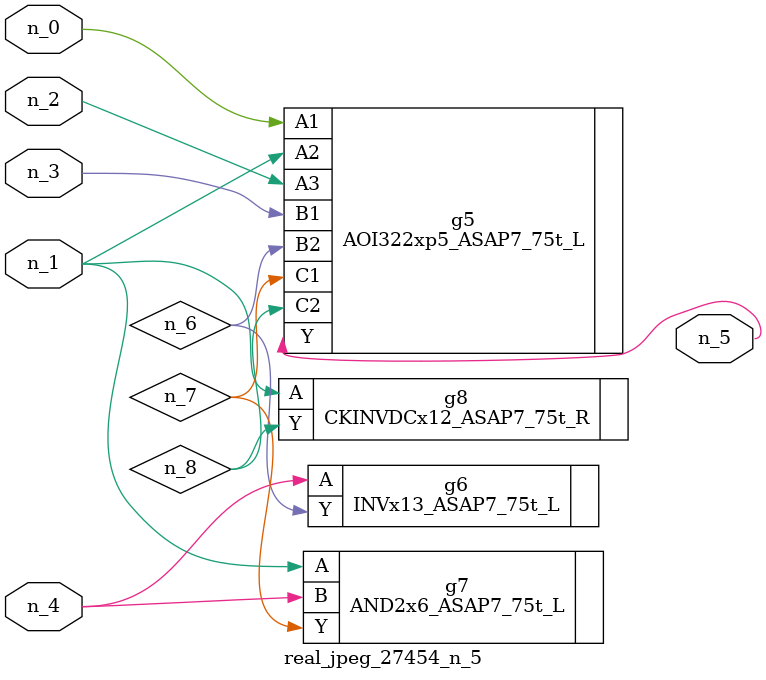
<source format=v>
module real_jpeg_27454_n_5 (n_4, n_0, n_1, n_2, n_3, n_5);

input n_4;
input n_0;
input n_1;
input n_2;
input n_3;

output n_5;

wire n_8;
wire n_6;
wire n_7;

AOI322xp5_ASAP7_75t_L g5 ( 
.A1(n_0),
.A2(n_1),
.A3(n_2),
.B1(n_3),
.B2(n_6),
.C1(n_7),
.C2(n_8),
.Y(n_5)
);

AND2x6_ASAP7_75t_L g7 ( 
.A(n_1),
.B(n_4),
.Y(n_7)
);

CKINVDCx12_ASAP7_75t_R g8 ( 
.A(n_1),
.Y(n_8)
);

INVx13_ASAP7_75t_L g6 ( 
.A(n_4),
.Y(n_6)
);


endmodule
</source>
